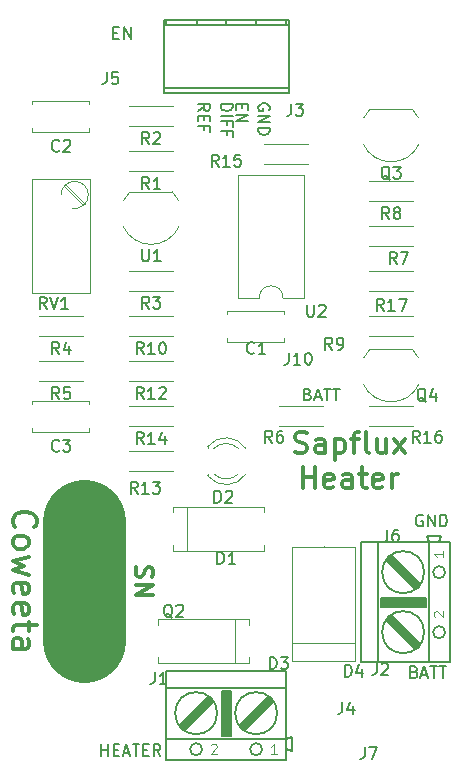
<source format=gbr>
G04 #@! TF.FileFunction,Legend,Top*
%FSLAX46Y46*%
G04 Gerber Fmt 4.6, Leading zero omitted, Abs format (unit mm)*
G04 Created by KiCad (PCBNEW 4.0.6-e0-6349~53~ubuntu16.04.1) date Wed May 31 11:55:21 2017*
%MOMM*%
%LPD*%
G01*
G04 APERTURE LIST*
%ADD10C,0.100000*%
%ADD11C,0.300000*%
%ADD12C,6.985000*%
%ADD13C,0.149860*%
%ADD14C,0.127000*%
%ADD15C,0.381000*%
%ADD16C,0.120000*%
%ADD17C,0.150000*%
%ADD18C,0.076200*%
G04 APERTURE END LIST*
D10*
D11*
X1179286Y-43663810D02*
X1082524Y-43567048D01*
X985762Y-43276763D01*
X985762Y-43083239D01*
X1082524Y-42792953D01*
X1276048Y-42599429D01*
X1469571Y-42502668D01*
X1856619Y-42405906D01*
X2146905Y-42405906D01*
X2533952Y-42502668D01*
X2727476Y-42599429D01*
X2921000Y-42792953D01*
X3017762Y-43083239D01*
X3017762Y-43276763D01*
X2921000Y-43567048D01*
X2824238Y-43663810D01*
X985762Y-44824953D02*
X1082524Y-44631429D01*
X1179286Y-44534668D01*
X1372810Y-44437906D01*
X1953381Y-44437906D01*
X2146905Y-44534668D01*
X2243667Y-44631429D01*
X2340429Y-44824953D01*
X2340429Y-45115239D01*
X2243667Y-45308763D01*
X2146905Y-45405525D01*
X1953381Y-45502287D01*
X1372810Y-45502287D01*
X1179286Y-45405525D01*
X1082524Y-45308763D01*
X985762Y-45115239D01*
X985762Y-44824953D01*
X2340429Y-46179620D02*
X985762Y-46566667D01*
X1953381Y-46953715D01*
X985762Y-47340763D01*
X2340429Y-47727810D01*
X1082524Y-49276001D02*
X985762Y-49082477D01*
X985762Y-48695429D01*
X1082524Y-48501906D01*
X1276048Y-48405144D01*
X2050143Y-48405144D01*
X2243667Y-48501906D01*
X2340429Y-48695429D01*
X2340429Y-49082477D01*
X2243667Y-49276001D01*
X2050143Y-49372763D01*
X1856619Y-49372763D01*
X1663095Y-48405144D01*
X1082524Y-51017715D02*
X985762Y-50824191D01*
X985762Y-50437143D01*
X1082524Y-50243620D01*
X1276048Y-50146858D01*
X2050143Y-50146858D01*
X2243667Y-50243620D01*
X2340429Y-50437143D01*
X2340429Y-50824191D01*
X2243667Y-51017715D01*
X2050143Y-51114477D01*
X1856619Y-51114477D01*
X1663095Y-50146858D01*
X2340429Y-51695048D02*
X2340429Y-52469143D01*
X3017762Y-51985334D02*
X1276048Y-51985334D01*
X1082524Y-52082095D01*
X985762Y-52275619D01*
X985762Y-52469143D01*
X985762Y-54017334D02*
X2050143Y-54017334D01*
X2243667Y-53920572D01*
X2340429Y-53727048D01*
X2340429Y-53340000D01*
X2243667Y-53146477D01*
X1082524Y-54017334D02*
X985762Y-53823810D01*
X985762Y-53340000D01*
X1082524Y-53146477D01*
X1276048Y-53049715D01*
X1469571Y-53049715D01*
X1663095Y-53146477D01*
X1759857Y-53340000D01*
X1759857Y-53823810D01*
X1856619Y-54017334D01*
X24849667Y-37336167D02*
X25103667Y-37420833D01*
X25527000Y-37420833D01*
X25696333Y-37336167D01*
X25781000Y-37251500D01*
X25865667Y-37082167D01*
X25865667Y-36912833D01*
X25781000Y-36743500D01*
X25696333Y-36658833D01*
X25527000Y-36574167D01*
X25188333Y-36489500D01*
X25019000Y-36404833D01*
X24934333Y-36320167D01*
X24849667Y-36150833D01*
X24849667Y-35981500D01*
X24934333Y-35812167D01*
X25019000Y-35727500D01*
X25188333Y-35642833D01*
X25611667Y-35642833D01*
X25865667Y-35727500D01*
X27389666Y-37420833D02*
X27389666Y-36489500D01*
X27305000Y-36320167D01*
X27135666Y-36235500D01*
X26797000Y-36235500D01*
X26627666Y-36320167D01*
X27389666Y-37336167D02*
X27220333Y-37420833D01*
X26797000Y-37420833D01*
X26627666Y-37336167D01*
X26543000Y-37166833D01*
X26543000Y-36997500D01*
X26627666Y-36828167D01*
X26797000Y-36743500D01*
X27220333Y-36743500D01*
X27389666Y-36658833D01*
X28236333Y-36235500D02*
X28236333Y-38013500D01*
X28236333Y-36320167D02*
X28405667Y-36235500D01*
X28744333Y-36235500D01*
X28913667Y-36320167D01*
X28998333Y-36404833D01*
X29083000Y-36574167D01*
X29083000Y-37082167D01*
X28998333Y-37251500D01*
X28913667Y-37336167D01*
X28744333Y-37420833D01*
X28405667Y-37420833D01*
X28236333Y-37336167D01*
X29591000Y-36235500D02*
X30268334Y-36235500D01*
X29845000Y-37420833D02*
X29845000Y-35896833D01*
X29929667Y-35727500D01*
X30099000Y-35642833D01*
X30268334Y-35642833D01*
X31115000Y-37420833D02*
X30945667Y-37336167D01*
X30861000Y-37166833D01*
X30861000Y-35642833D01*
X32554333Y-36235500D02*
X32554333Y-37420833D01*
X31792333Y-36235500D02*
X31792333Y-37166833D01*
X31877000Y-37336167D01*
X32046333Y-37420833D01*
X32300333Y-37420833D01*
X32469667Y-37336167D01*
X32554333Y-37251500D01*
X33231667Y-37420833D02*
X34163000Y-36235500D01*
X33231667Y-36235500D02*
X34163000Y-37420833D01*
X25569333Y-40387833D02*
X25569333Y-38609833D01*
X25569333Y-39456500D02*
X26585333Y-39456500D01*
X26585333Y-40387833D02*
X26585333Y-38609833D01*
X28109334Y-40303167D02*
X27940000Y-40387833D01*
X27601334Y-40387833D01*
X27432000Y-40303167D01*
X27347334Y-40133833D01*
X27347334Y-39456500D01*
X27432000Y-39287167D01*
X27601334Y-39202500D01*
X27940000Y-39202500D01*
X28109334Y-39287167D01*
X28194000Y-39456500D01*
X28194000Y-39625833D01*
X27347334Y-39795167D01*
X29718000Y-40387833D02*
X29718000Y-39456500D01*
X29633334Y-39287167D01*
X29464000Y-39202500D01*
X29125334Y-39202500D01*
X28956000Y-39287167D01*
X29718000Y-40303167D02*
X29548667Y-40387833D01*
X29125334Y-40387833D01*
X28956000Y-40303167D01*
X28871334Y-40133833D01*
X28871334Y-39964500D01*
X28956000Y-39795167D01*
X29125334Y-39710500D01*
X29548667Y-39710500D01*
X29718000Y-39625833D01*
X30310667Y-39202500D02*
X30988001Y-39202500D01*
X30564667Y-38609833D02*
X30564667Y-40133833D01*
X30649334Y-40303167D01*
X30818667Y-40387833D01*
X30988001Y-40387833D01*
X32258001Y-40303167D02*
X32088667Y-40387833D01*
X31750001Y-40387833D01*
X31580667Y-40303167D01*
X31496001Y-40133833D01*
X31496001Y-39456500D01*
X31580667Y-39287167D01*
X31750001Y-39202500D01*
X32088667Y-39202500D01*
X32258001Y-39287167D01*
X32342667Y-39456500D01*
X32342667Y-39625833D01*
X31496001Y-39795167D01*
X33104667Y-40387833D02*
X33104667Y-39202500D01*
X33104667Y-39541167D02*
X33189334Y-39371833D01*
X33274001Y-39287167D01*
X33443334Y-39202500D01*
X33612667Y-39202500D01*
X11457857Y-47045714D02*
X11386429Y-47260000D01*
X11386429Y-47617143D01*
X11457857Y-47760000D01*
X11529286Y-47831429D01*
X11672143Y-47902857D01*
X11815000Y-47902857D01*
X11957857Y-47831429D01*
X12029286Y-47760000D01*
X12100714Y-47617143D01*
X12172143Y-47331429D01*
X12243571Y-47188571D01*
X12315000Y-47117143D01*
X12457857Y-47045714D01*
X12600714Y-47045714D01*
X12743571Y-47117143D01*
X12815000Y-47188571D01*
X12886429Y-47331429D01*
X12886429Y-47688571D01*
X12815000Y-47902857D01*
X11386429Y-48545714D02*
X12886429Y-48545714D01*
X11386429Y-49402857D01*
X12886429Y-49402857D01*
D12*
X6985000Y-53340000D02*
X6985000Y-43180000D01*
D13*
X25966057Y-32441243D02*
X26107571Y-32488414D01*
X26154743Y-32535586D01*
X26201914Y-32629929D01*
X26201914Y-32771443D01*
X26154743Y-32865786D01*
X26107571Y-32912957D01*
X26013229Y-32960129D01*
X25635857Y-32960129D01*
X25635857Y-31969529D01*
X25966057Y-31969529D01*
X26060400Y-32016700D01*
X26107571Y-32063871D01*
X26154743Y-32158214D01*
X26154743Y-32252557D01*
X26107571Y-32346900D01*
X26060400Y-32394071D01*
X25966057Y-32441243D01*
X25635857Y-32441243D01*
X26579286Y-32677100D02*
X27051000Y-32677100D01*
X26484943Y-32960129D02*
X26815143Y-31969529D01*
X27145343Y-32960129D01*
X27334029Y-31969529D02*
X27900086Y-31969529D01*
X27617057Y-32960129D02*
X27617057Y-31969529D01*
X28088772Y-31969529D02*
X28654829Y-31969529D01*
X28371800Y-32960129D02*
X28371800Y-31969529D01*
X8490857Y-63059129D02*
X8490857Y-62068529D01*
X8490857Y-62540243D02*
X9056914Y-62540243D01*
X9056914Y-63059129D02*
X9056914Y-62068529D01*
X9528628Y-62540243D02*
X9858828Y-62540243D01*
X10000342Y-63059129D02*
X9528628Y-63059129D01*
X9528628Y-62068529D01*
X10000342Y-62068529D01*
X10377714Y-62776100D02*
X10849428Y-62776100D01*
X10283371Y-63059129D02*
X10613571Y-62068529D01*
X10943771Y-63059129D01*
X11132457Y-62068529D02*
X11698514Y-62068529D01*
X11415485Y-63059129D02*
X11415485Y-62068529D01*
X12028714Y-62540243D02*
X12358914Y-62540243D01*
X12500428Y-63059129D02*
X12028714Y-63059129D01*
X12028714Y-62068529D01*
X12500428Y-62068529D01*
X13491028Y-63059129D02*
X13160828Y-62587414D01*
X12924971Y-63059129D02*
X12924971Y-62068529D01*
X13302343Y-62068529D01*
X13396685Y-62115700D01*
X13443857Y-62162871D01*
X13491028Y-62257214D01*
X13491028Y-62398729D01*
X13443857Y-62493071D01*
X13396685Y-62540243D01*
X13302343Y-62587414D01*
X12924971Y-62587414D01*
X34983057Y-55936243D02*
X35124571Y-55983414D01*
X35171743Y-56030586D01*
X35218914Y-56124929D01*
X35218914Y-56266443D01*
X35171743Y-56360786D01*
X35124571Y-56407957D01*
X35030229Y-56455129D01*
X34652857Y-56455129D01*
X34652857Y-55464529D01*
X34983057Y-55464529D01*
X35077400Y-55511700D01*
X35124571Y-55558871D01*
X35171743Y-55653214D01*
X35171743Y-55747557D01*
X35124571Y-55841900D01*
X35077400Y-55889071D01*
X34983057Y-55936243D01*
X34652857Y-55936243D01*
X35596286Y-56172100D02*
X36068000Y-56172100D01*
X35501943Y-56455129D02*
X35832143Y-55464529D01*
X36162343Y-56455129D01*
X36351029Y-55464529D02*
X36917086Y-55464529D01*
X36634057Y-56455129D02*
X36634057Y-55464529D01*
X37105772Y-55464529D02*
X37671829Y-55464529D01*
X37388800Y-56455129D02*
X37388800Y-55464529D01*
X35679743Y-42684700D02*
X35585400Y-42637529D01*
X35443886Y-42637529D01*
X35302371Y-42684700D01*
X35208029Y-42779043D01*
X35160857Y-42873386D01*
X35113686Y-43062071D01*
X35113686Y-43203586D01*
X35160857Y-43392271D01*
X35208029Y-43486614D01*
X35302371Y-43580957D01*
X35443886Y-43628129D01*
X35538229Y-43628129D01*
X35679743Y-43580957D01*
X35726914Y-43533786D01*
X35726914Y-43203586D01*
X35538229Y-43203586D01*
X36151457Y-43628129D02*
X36151457Y-42637529D01*
X36717514Y-43628129D01*
X36717514Y-42637529D01*
X37189228Y-43628129D02*
X37189228Y-42637529D01*
X37425085Y-42637529D01*
X37566600Y-42684700D01*
X37660942Y-42779043D01*
X37708114Y-42873386D01*
X37755285Y-43062071D01*
X37755285Y-43203586D01*
X37708114Y-43392271D01*
X37660942Y-43486614D01*
X37566600Y-43580957D01*
X37425085Y-43628129D01*
X37189228Y-43628129D01*
X9506857Y-1834243D02*
X9837057Y-1834243D01*
X9978571Y-2353129D02*
X9506857Y-2353129D01*
X9506857Y-1362529D01*
X9978571Y-1362529D01*
X10403114Y-2353129D02*
X10403114Y-1362529D01*
X10969171Y-2353129D01*
X10969171Y-1362529D01*
X16696871Y-8421914D02*
X17168586Y-8091714D01*
X16696871Y-7855857D02*
X17687471Y-7855857D01*
X17687471Y-8233229D01*
X17640300Y-8327571D01*
X17593129Y-8374743D01*
X17498786Y-8421914D01*
X17357271Y-8421914D01*
X17262929Y-8374743D01*
X17215757Y-8327571D01*
X17168586Y-8233229D01*
X17168586Y-7855857D01*
X17215757Y-8846457D02*
X17215757Y-9176657D01*
X16696871Y-9318171D02*
X16696871Y-8846457D01*
X17687471Y-8846457D01*
X17687471Y-9318171D01*
X17215757Y-10072914D02*
X17215757Y-9742714D01*
X16696871Y-9742714D02*
X17687471Y-9742714D01*
X17687471Y-10214428D01*
X22720300Y-8374743D02*
X22767471Y-8280400D01*
X22767471Y-8138886D01*
X22720300Y-7997371D01*
X22625957Y-7903029D01*
X22531614Y-7855857D01*
X22342929Y-7808686D01*
X22201414Y-7808686D01*
X22012729Y-7855857D01*
X21918386Y-7903029D01*
X21824043Y-7997371D01*
X21776871Y-8138886D01*
X21776871Y-8233229D01*
X21824043Y-8374743D01*
X21871214Y-8421914D01*
X22201414Y-8421914D01*
X22201414Y-8233229D01*
X21776871Y-8846457D02*
X22767471Y-8846457D01*
X21776871Y-9412514D01*
X22767471Y-9412514D01*
X21776871Y-9884228D02*
X22767471Y-9884228D01*
X22767471Y-10120085D01*
X22720300Y-10261600D01*
X22625957Y-10355942D01*
X22531614Y-10403114D01*
X22342929Y-10450285D01*
X22201414Y-10450285D01*
X22012729Y-10403114D01*
X21918386Y-10355942D01*
X21824043Y-10261600D01*
X21776871Y-10120085D01*
X21776871Y-9884228D01*
X18601871Y-7855857D02*
X19592471Y-7855857D01*
X19592471Y-8091714D01*
X19545300Y-8233229D01*
X19450957Y-8327571D01*
X19356614Y-8374743D01*
X19167929Y-8421914D01*
X19026414Y-8421914D01*
X18837729Y-8374743D01*
X18743386Y-8327571D01*
X18649043Y-8233229D01*
X18601871Y-8091714D01*
X18601871Y-7855857D01*
X18601871Y-8846457D02*
X19592471Y-8846457D01*
X19120757Y-9648371D02*
X19120757Y-9318171D01*
X18601871Y-9318171D02*
X19592471Y-9318171D01*
X19592471Y-9789885D01*
X19120757Y-10497457D02*
X19120757Y-10167257D01*
X18601871Y-10167257D02*
X19592471Y-10167257D01*
X19592471Y-10638971D01*
X20390757Y-7855857D02*
X20390757Y-8186057D01*
X19871871Y-8327571D02*
X19871871Y-7855857D01*
X20862471Y-7855857D01*
X20862471Y-8327571D01*
X19871871Y-8752114D02*
X20862471Y-8752114D01*
X19871871Y-9318171D01*
X20862471Y-9318171D01*
D14*
X36195000Y-44958000D02*
X36068000Y-44450000D01*
X36068000Y-44450000D02*
X37211000Y-44450000D01*
X37211000Y-44450000D02*
X37084000Y-44958000D01*
X37592000Y-52578000D02*
G75*
G03X37592000Y-52578000I-508000J0D01*
G01*
X37592000Y-47498000D02*
G75*
G03X37592000Y-47498000I-508000J0D01*
G01*
X36195000Y-44958000D02*
X37973000Y-44958000D01*
X37973000Y-44958000D02*
X37973000Y-55118000D01*
X37973000Y-55118000D02*
X36195000Y-55118000D01*
X31877000Y-44958000D02*
X30480000Y-44958000D01*
X30480000Y-44958000D02*
X30480000Y-55118000D01*
X30480000Y-55118000D02*
X31877000Y-55118000D01*
X35814000Y-52578000D02*
G75*
G03X35814000Y-52578000I-1778000J0D01*
G01*
D15*
X32893000Y-51435000D02*
X35179000Y-53721000D01*
X35052000Y-53848000D02*
X32766000Y-51562000D01*
X33020000Y-51308000D02*
X35306000Y-53594000D01*
X33020000Y-46228000D02*
X35306000Y-48514000D01*
X35052000Y-48768000D02*
X32766000Y-46482000D01*
X32893000Y-46355000D02*
X35179000Y-48641000D01*
D14*
X35814000Y-47498000D02*
G75*
G03X35814000Y-47498000I-1778000J0D01*
G01*
X36195000Y-44958000D02*
X36195000Y-55118000D01*
X36195000Y-55118000D02*
X31877000Y-55118000D01*
X31877000Y-55118000D02*
X31877000Y-44958000D01*
X31877000Y-44958000D02*
X36195000Y-44958000D01*
X35941000Y-50292000D02*
X32131000Y-50292000D01*
X35941000Y-50165000D02*
X32131000Y-50165000D01*
X35941000Y-50038000D02*
X32131000Y-50038000D01*
X35941000Y-49911000D02*
X32131000Y-49911000D01*
X35941000Y-49784000D02*
X32131000Y-49784000D01*
X35941000Y-49657000D02*
X35941000Y-50419000D01*
X35941000Y-50419000D02*
X32131000Y-50419000D01*
X32131000Y-50419000D02*
X32131000Y-49657000D01*
X32131000Y-49657000D02*
X35941000Y-49657000D01*
D16*
X21005000Y-54720000D02*
X21005000Y-55200000D01*
X21005000Y-55200000D02*
X13285000Y-55200000D01*
X13285000Y-55200000D02*
X13285000Y-54720000D01*
X21005000Y-51960000D02*
X21005000Y-51480000D01*
X21005000Y-51480000D02*
X13285000Y-51480000D01*
X13285000Y-51480000D02*
X13285000Y-51960000D01*
X19805000Y-55200000D02*
X19805000Y-51480000D01*
X14555000Y-42435000D02*
X14555000Y-41955000D01*
X14555000Y-41955000D02*
X22275000Y-41955000D01*
X22275000Y-41955000D02*
X22275000Y-42435000D01*
X14555000Y-45195000D02*
X14555000Y-45675000D01*
X14555000Y-45675000D02*
X22275000Y-45675000D01*
X22275000Y-45675000D02*
X22275000Y-45195000D01*
X15755000Y-41955000D02*
X15755000Y-45675000D01*
D14*
X24130000Y-61595000D02*
X24638000Y-61468000D01*
X24638000Y-61468000D02*
X24638000Y-62611000D01*
X24638000Y-62611000D02*
X24130000Y-62484000D01*
X17018000Y-62484000D02*
G75*
G03X17018000Y-62484000I-508000J0D01*
G01*
X22098000Y-62484000D02*
G75*
G03X22098000Y-62484000I-508000J0D01*
G01*
X24130000Y-61595000D02*
X24130000Y-63373000D01*
X24130000Y-63373000D02*
X13970000Y-63373000D01*
X13970000Y-63373000D02*
X13970000Y-61595000D01*
X24130000Y-57277000D02*
X24130000Y-55880000D01*
X24130000Y-55880000D02*
X13970000Y-55880000D01*
X13970000Y-55880000D02*
X13970000Y-57277000D01*
X18288000Y-59436000D02*
G75*
G03X18288000Y-59436000I-1778000J0D01*
G01*
D15*
X17653000Y-58293000D02*
X15367000Y-60579000D01*
X15240000Y-60452000D02*
X17526000Y-58166000D01*
X17780000Y-58420000D02*
X15494000Y-60706000D01*
X22860000Y-58420000D02*
X20574000Y-60706000D01*
X20320000Y-60452000D02*
X22606000Y-58166000D01*
X22733000Y-58293000D02*
X20447000Y-60579000D01*
D14*
X23368000Y-59436000D02*
G75*
G03X23368000Y-59436000I-1778000J0D01*
G01*
X24130000Y-61595000D02*
X13970000Y-61595000D01*
X13970000Y-61595000D02*
X13970000Y-57277000D01*
X13970000Y-57277000D02*
X24130000Y-57277000D01*
X24130000Y-57277000D02*
X24130000Y-61595000D01*
X18796000Y-61341000D02*
X18796000Y-57531000D01*
X18923000Y-61341000D02*
X18923000Y-57531000D01*
X19050000Y-61341000D02*
X19050000Y-57531000D01*
X19177000Y-61341000D02*
X19177000Y-57531000D01*
X19304000Y-61341000D02*
X19304000Y-57531000D01*
X19431000Y-61341000D02*
X18669000Y-61341000D01*
X18669000Y-61341000D02*
X18669000Y-57531000D01*
X18669000Y-57531000D02*
X19431000Y-57531000D01*
X19431000Y-57531000D02*
X19431000Y-61341000D01*
D16*
X19140000Y-25360000D02*
X23960000Y-25360000D01*
X19140000Y-27980000D02*
X23960000Y-27980000D01*
X19140000Y-25360000D02*
X19140000Y-25674000D01*
X19140000Y-27666000D02*
X19140000Y-27980000D01*
X23960000Y-25360000D02*
X23960000Y-25674000D01*
X23960000Y-27666000D02*
X23960000Y-27980000D01*
X2630000Y-7580000D02*
X7450000Y-7580000D01*
X2630000Y-10200000D02*
X7450000Y-10200000D01*
X2630000Y-7580000D02*
X2630000Y-7894000D01*
X2630000Y-9886000D02*
X2630000Y-10200000D01*
X7450000Y-7580000D02*
X7450000Y-7894000D01*
X7450000Y-9886000D02*
X7450000Y-10200000D01*
X2630000Y-32980000D02*
X7450000Y-32980000D01*
X2630000Y-35600000D02*
X7450000Y-35600000D01*
X2630000Y-32980000D02*
X2630000Y-33294000D01*
X2630000Y-35286000D02*
X2630000Y-35600000D01*
X7450000Y-32980000D02*
X7450000Y-33294000D01*
X7450000Y-35286000D02*
X7450000Y-35600000D01*
X20722335Y-37021392D02*
G75*
G03X17490000Y-36864484I-1672335J-1078608D01*
G01*
X20722335Y-39178608D02*
G75*
G02X17490000Y-39335516I-1672335J1078608D01*
G01*
X20091130Y-37020163D02*
G75*
G03X18009039Y-37020000I-1041130J-1079837D01*
G01*
X20091130Y-39179837D02*
G75*
G02X18009039Y-39180000I-1041130J1079837D01*
G01*
X17490000Y-36864000D02*
X17490000Y-37020000D01*
X17490000Y-39180000D02*
X17490000Y-39336000D01*
D17*
X13749020Y-6908800D02*
X24350980Y-6908800D01*
X24350980Y-6510020D02*
X13749020Y-6510020D01*
X24350980Y-1209040D02*
X13749020Y-1209040D01*
X13749020Y-711200D02*
X24350980Y-711200D01*
X16553180Y-1209040D02*
X16553180Y-711200D01*
X19050000Y-1209040D02*
X19050000Y-711200D01*
X24147780Y-711200D02*
X24147780Y-1209040D01*
X13949680Y-1209040D02*
X13949680Y-711200D01*
X21546820Y-711200D02*
X21546820Y-1209040D01*
X13751560Y-711200D02*
X13751560Y-6908800D01*
X24345900Y-6908800D02*
X24345900Y-711200D01*
D16*
X10840000Y-11840000D02*
X14560000Y-11840000D01*
X10840000Y-13560000D02*
X14560000Y-13560000D01*
X14560000Y-9750000D02*
X10840000Y-9750000D01*
X14560000Y-8030000D02*
X10840000Y-8030000D01*
X14560000Y-23720000D02*
X10840000Y-23720000D01*
X14560000Y-22000000D02*
X10840000Y-22000000D01*
X6940000Y-27530000D02*
X3220000Y-27530000D01*
X6940000Y-25810000D02*
X3220000Y-25810000D01*
X3220000Y-29620000D02*
X6940000Y-29620000D01*
X3220000Y-31340000D02*
X6940000Y-31340000D01*
X27260000Y-35150000D02*
X23540000Y-35150000D01*
X27260000Y-33430000D02*
X23540000Y-33430000D01*
X34880000Y-19910000D02*
X31160000Y-19910000D01*
X34880000Y-18190000D02*
X31160000Y-18190000D01*
X31160000Y-14380000D02*
X34880000Y-14380000D01*
X31160000Y-16100000D02*
X34880000Y-16100000D01*
X34880000Y-27530000D02*
X31160000Y-27530000D01*
X34880000Y-25810000D02*
X31160000Y-25810000D01*
X10840000Y-25810000D02*
X14560000Y-25810000D01*
X10840000Y-27530000D02*
X14560000Y-27530000D01*
X14560000Y-31340000D02*
X10840000Y-31340000D01*
X14560000Y-29620000D02*
X10840000Y-29620000D01*
X14560000Y-38960000D02*
X10840000Y-38960000D01*
X14560000Y-37240000D02*
X10840000Y-37240000D01*
X10840000Y-33430000D02*
X14560000Y-33430000D01*
X10840000Y-35150000D02*
X14560000Y-35150000D01*
X5075704Y-15595309D02*
G75*
G02X7385000Y-15555000I1154296J40309D01*
G01*
X7384052Y-15534879D02*
G75*
G02X5990000Y-16684000I-1154052J-20121D01*
G01*
X2610000Y-23875000D02*
X2610000Y-14225000D01*
X7561000Y-23875000D02*
X7561000Y-14225000D01*
X2610000Y-23875000D02*
X7561000Y-23875000D01*
X2610000Y-14225000D02*
X7561000Y-14225000D01*
X5496000Y-14679000D02*
X7106000Y-16290000D01*
X5355000Y-14819000D02*
X6965000Y-16431000D01*
X22270000Y-11205000D02*
X25990000Y-11205000D01*
X22270000Y-12925000D02*
X25990000Y-12925000D01*
X34880000Y-35150000D02*
X31160000Y-35150000D01*
X34880000Y-33430000D02*
X31160000Y-33430000D01*
X34880000Y-23720000D02*
X31160000Y-23720000D01*
X34880000Y-22000000D02*
X31160000Y-22000000D01*
X24640000Y-54990000D02*
X29970000Y-54990000D01*
X29970000Y-54990000D02*
X29970000Y-45340000D01*
X29970000Y-45340000D02*
X24640000Y-45340000D01*
X24640000Y-45340000D02*
X24640000Y-54990000D01*
X27305000Y-55035000D02*
X27305000Y-54990000D01*
X27305000Y-45295000D02*
X27305000Y-45340000D01*
X24640000Y-53500500D02*
X29970000Y-53500500D01*
X34820000Y-8310000D02*
X31220000Y-8310000D01*
X35344184Y-9037205D02*
G75*
G03X34820000Y-8310000I-2324184J-1122795D01*
G01*
X35376400Y-11258807D02*
G75*
G02X33020000Y-12760000I-2356400J1098807D01*
G01*
X30663600Y-11258807D02*
G75*
G03X33020000Y-12760000I2356400J1098807D01*
G01*
X30695816Y-9037205D02*
G75*
G02X31220000Y-8310000I2324184J-1122795D01*
G01*
X34820000Y-28630000D02*
X31220000Y-28630000D01*
X35344184Y-29357205D02*
G75*
G03X34820000Y-28630000I-2324184J-1122795D01*
G01*
X35376400Y-31578807D02*
G75*
G02X33020000Y-33080000I-2356400J1098807D01*
G01*
X30663600Y-31578807D02*
G75*
G03X33020000Y-33080000I2356400J1098807D01*
G01*
X30695816Y-29357205D02*
G75*
G02X31220000Y-28630000I2324184J-1122795D01*
G01*
X14500000Y-15295000D02*
X10900000Y-15295000D01*
X15024184Y-16022205D02*
G75*
G03X14500000Y-15295000I-2324184J-1122795D01*
G01*
X15056400Y-18243807D02*
G75*
G02X12700000Y-19745000I-2356400J1098807D01*
G01*
X10343600Y-18243807D02*
G75*
G03X12700000Y-19745000I2356400J1098807D01*
G01*
X10375816Y-16022205D02*
G75*
G02X10900000Y-15295000I2324184J-1122795D01*
G01*
X23860000Y-24250000D02*
X25630000Y-24250000D01*
X25630000Y-24250000D02*
X25630000Y-13850000D01*
X25630000Y-13850000D02*
X20090000Y-13850000D01*
X20090000Y-13850000D02*
X20090000Y-24250000D01*
X20090000Y-24250000D02*
X21860000Y-24250000D01*
X21860000Y-24250000D02*
G75*
G02X23860000Y-24250000I1000000J0D01*
G01*
D17*
X31797667Y-55205381D02*
X31797667Y-55919667D01*
X31750047Y-56062524D01*
X31654809Y-56157762D01*
X31511952Y-56205381D01*
X31416714Y-56205381D01*
X32226238Y-55300619D02*
X32273857Y-55253000D01*
X32369095Y-55205381D01*
X32607191Y-55205381D01*
X32702429Y-55253000D01*
X32750048Y-55300619D01*
X32797667Y-55395857D01*
X32797667Y-55491095D01*
X32750048Y-55633952D01*
X32178619Y-56205381D01*
X32797667Y-56205381D01*
D18*
X36716305Y-51286228D02*
X36677600Y-51247523D01*
X36638895Y-51170114D01*
X36638895Y-50976590D01*
X36677600Y-50899180D01*
X36716305Y-50860476D01*
X36793714Y-50821771D01*
X36871124Y-50821771D01*
X36987238Y-50860476D01*
X37451695Y-51324933D01*
X37451695Y-50821771D01*
X37451695Y-45741771D02*
X37451695Y-46206228D01*
X37451695Y-45973999D02*
X36638895Y-45973999D01*
X36755010Y-46051409D01*
X36832419Y-46128818D01*
X36871124Y-46206228D01*
D17*
X22756905Y-55697381D02*
X22756905Y-54697381D01*
X22995000Y-54697381D01*
X23137858Y-54745000D01*
X23233096Y-54840238D01*
X23280715Y-54935476D01*
X23328334Y-55125952D01*
X23328334Y-55268810D01*
X23280715Y-55459286D01*
X23233096Y-55554524D01*
X23137858Y-55649762D01*
X22995000Y-55697381D01*
X22756905Y-55697381D01*
X23661667Y-54697381D02*
X24280715Y-54697381D01*
X23947381Y-55078333D01*
X24090239Y-55078333D01*
X24185477Y-55125952D01*
X24233096Y-55173571D01*
X24280715Y-55268810D01*
X24280715Y-55506905D01*
X24233096Y-55602143D01*
X24185477Y-55649762D01*
X24090239Y-55697381D01*
X23804524Y-55697381D01*
X23709286Y-55649762D01*
X23661667Y-55602143D01*
X18311905Y-46807381D02*
X18311905Y-45807381D01*
X18550000Y-45807381D01*
X18692858Y-45855000D01*
X18788096Y-45950238D01*
X18835715Y-46045476D01*
X18883334Y-46235952D01*
X18883334Y-46378810D01*
X18835715Y-46569286D01*
X18788096Y-46664524D01*
X18692858Y-46759762D01*
X18550000Y-46807381D01*
X18311905Y-46807381D01*
X19835715Y-46807381D02*
X19264286Y-46807381D01*
X19550000Y-46807381D02*
X19550000Y-45807381D01*
X19454762Y-45950238D01*
X19359524Y-46045476D01*
X19264286Y-46093095D01*
X28876667Y-58507381D02*
X28876667Y-59221667D01*
X28829047Y-59364524D01*
X28733809Y-59459762D01*
X28590952Y-59507381D01*
X28495714Y-59507381D01*
X29781429Y-58840714D02*
X29781429Y-59507381D01*
X29543333Y-58459762D02*
X29305238Y-59174048D01*
X29924286Y-59174048D01*
X13001667Y-55967381D02*
X13001667Y-56681667D01*
X12954047Y-56824524D01*
X12858809Y-56919762D01*
X12715952Y-56967381D01*
X12620714Y-56967381D01*
X14001667Y-56967381D02*
X13430238Y-56967381D01*
X13715952Y-56967381D02*
X13715952Y-55967381D01*
X13620714Y-56110238D01*
X13525476Y-56205476D01*
X13430238Y-56253095D01*
D18*
X17801772Y-62116305D02*
X17840477Y-62077600D01*
X17917886Y-62038895D01*
X18111410Y-62038895D01*
X18188820Y-62077600D01*
X18227524Y-62116305D01*
X18266229Y-62193714D01*
X18266229Y-62271124D01*
X18227524Y-62387238D01*
X17763067Y-62851695D01*
X18266229Y-62851695D01*
X23346229Y-62851695D02*
X22881772Y-62851695D01*
X23114001Y-62851695D02*
X23114001Y-62038895D01*
X23036591Y-62155010D01*
X22959182Y-62232419D01*
X22881772Y-62271124D01*
D17*
X14509762Y-51347619D02*
X14414524Y-51300000D01*
X14319286Y-51204762D01*
X14176429Y-51061905D01*
X14081190Y-51014286D01*
X13985952Y-51014286D01*
X14033571Y-51252381D02*
X13938333Y-51204762D01*
X13843095Y-51109524D01*
X13795476Y-50919048D01*
X13795476Y-50585714D01*
X13843095Y-50395238D01*
X13938333Y-50300000D01*
X14033571Y-50252381D01*
X14224048Y-50252381D01*
X14319286Y-50300000D01*
X14414524Y-50395238D01*
X14462143Y-50585714D01*
X14462143Y-50919048D01*
X14414524Y-51109524D01*
X14319286Y-51204762D01*
X14224048Y-51252381D01*
X14033571Y-51252381D01*
X14843095Y-50347619D02*
X14890714Y-50300000D01*
X14985952Y-50252381D01*
X15224048Y-50252381D01*
X15319286Y-50300000D01*
X15366905Y-50347619D01*
X15414524Y-50442857D01*
X15414524Y-50538095D01*
X15366905Y-50680952D01*
X14795476Y-51252381D01*
X15414524Y-51252381D01*
X21423334Y-28932143D02*
X21375715Y-28979762D01*
X21232858Y-29027381D01*
X21137620Y-29027381D01*
X20994762Y-28979762D01*
X20899524Y-28884524D01*
X20851905Y-28789286D01*
X20804286Y-28598810D01*
X20804286Y-28455952D01*
X20851905Y-28265476D01*
X20899524Y-28170238D01*
X20994762Y-28075000D01*
X21137620Y-28027381D01*
X21232858Y-28027381D01*
X21375715Y-28075000D01*
X21423334Y-28122619D01*
X22375715Y-29027381D02*
X21804286Y-29027381D01*
X22090000Y-29027381D02*
X22090000Y-28027381D01*
X21994762Y-28170238D01*
X21899524Y-28265476D01*
X21804286Y-28313095D01*
X4913334Y-11787143D02*
X4865715Y-11834762D01*
X4722858Y-11882381D01*
X4627620Y-11882381D01*
X4484762Y-11834762D01*
X4389524Y-11739524D01*
X4341905Y-11644286D01*
X4294286Y-11453810D01*
X4294286Y-11310952D01*
X4341905Y-11120476D01*
X4389524Y-11025238D01*
X4484762Y-10930000D01*
X4627620Y-10882381D01*
X4722858Y-10882381D01*
X4865715Y-10930000D01*
X4913334Y-10977619D01*
X5294286Y-10977619D02*
X5341905Y-10930000D01*
X5437143Y-10882381D01*
X5675239Y-10882381D01*
X5770477Y-10930000D01*
X5818096Y-10977619D01*
X5865715Y-11072857D01*
X5865715Y-11168095D01*
X5818096Y-11310952D01*
X5246667Y-11882381D01*
X5865715Y-11882381D01*
X4913334Y-37187143D02*
X4865715Y-37234762D01*
X4722858Y-37282381D01*
X4627620Y-37282381D01*
X4484762Y-37234762D01*
X4389524Y-37139524D01*
X4341905Y-37044286D01*
X4294286Y-36853810D01*
X4294286Y-36710952D01*
X4341905Y-36520476D01*
X4389524Y-36425238D01*
X4484762Y-36330000D01*
X4627620Y-36282381D01*
X4722858Y-36282381D01*
X4865715Y-36330000D01*
X4913334Y-36377619D01*
X5246667Y-36282381D02*
X5865715Y-36282381D01*
X5532381Y-36663333D01*
X5675239Y-36663333D01*
X5770477Y-36710952D01*
X5818096Y-36758571D01*
X5865715Y-36853810D01*
X5865715Y-37091905D01*
X5818096Y-37187143D01*
X5770477Y-37234762D01*
X5675239Y-37282381D01*
X5389524Y-37282381D01*
X5294286Y-37234762D01*
X5246667Y-37187143D01*
X18057905Y-41600381D02*
X18057905Y-40600381D01*
X18296000Y-40600381D01*
X18438858Y-40648000D01*
X18534096Y-40743238D01*
X18581715Y-40838476D01*
X18629334Y-41028952D01*
X18629334Y-41171810D01*
X18581715Y-41362286D01*
X18534096Y-41457524D01*
X18438858Y-41552762D01*
X18296000Y-41600381D01*
X18057905Y-41600381D01*
X19010286Y-40695619D02*
X19057905Y-40648000D01*
X19153143Y-40600381D01*
X19391239Y-40600381D01*
X19486477Y-40648000D01*
X19534096Y-40695619D01*
X19581715Y-40790857D01*
X19581715Y-40886095D01*
X19534096Y-41028952D01*
X18962667Y-41600381D01*
X19581715Y-41600381D01*
X24558667Y-7834381D02*
X24558667Y-8548667D01*
X24511047Y-8691524D01*
X24415809Y-8786762D01*
X24272952Y-8834381D01*
X24177714Y-8834381D01*
X24939619Y-7834381D02*
X25558667Y-7834381D01*
X25225333Y-8215333D01*
X25368191Y-8215333D01*
X25463429Y-8262952D01*
X25511048Y-8310571D01*
X25558667Y-8405810D01*
X25558667Y-8643905D01*
X25511048Y-8739143D01*
X25463429Y-8786762D01*
X25368191Y-8834381D01*
X25082476Y-8834381D01*
X24987238Y-8786762D01*
X24939619Y-8739143D01*
X12533334Y-15057381D02*
X12200000Y-14581190D01*
X11961905Y-15057381D02*
X11961905Y-14057381D01*
X12342858Y-14057381D01*
X12438096Y-14105000D01*
X12485715Y-14152619D01*
X12533334Y-14247857D01*
X12533334Y-14390714D01*
X12485715Y-14485952D01*
X12438096Y-14533571D01*
X12342858Y-14581190D01*
X11961905Y-14581190D01*
X13485715Y-15057381D02*
X12914286Y-15057381D01*
X13200000Y-15057381D02*
X13200000Y-14057381D01*
X13104762Y-14200238D01*
X13009524Y-14295476D01*
X12914286Y-14343095D01*
X12533334Y-11247381D02*
X12200000Y-10771190D01*
X11961905Y-11247381D02*
X11961905Y-10247381D01*
X12342858Y-10247381D01*
X12438096Y-10295000D01*
X12485715Y-10342619D01*
X12533334Y-10437857D01*
X12533334Y-10580714D01*
X12485715Y-10675952D01*
X12438096Y-10723571D01*
X12342858Y-10771190D01*
X11961905Y-10771190D01*
X12914286Y-10342619D02*
X12961905Y-10295000D01*
X13057143Y-10247381D01*
X13295239Y-10247381D01*
X13390477Y-10295000D01*
X13438096Y-10342619D01*
X13485715Y-10437857D01*
X13485715Y-10533095D01*
X13438096Y-10675952D01*
X12866667Y-11247381D01*
X13485715Y-11247381D01*
X12533334Y-25172381D02*
X12200000Y-24696190D01*
X11961905Y-25172381D02*
X11961905Y-24172381D01*
X12342858Y-24172381D01*
X12438096Y-24220000D01*
X12485715Y-24267619D01*
X12533334Y-24362857D01*
X12533334Y-24505714D01*
X12485715Y-24600952D01*
X12438096Y-24648571D01*
X12342858Y-24696190D01*
X11961905Y-24696190D01*
X12866667Y-24172381D02*
X13485715Y-24172381D01*
X13152381Y-24553333D01*
X13295239Y-24553333D01*
X13390477Y-24600952D01*
X13438096Y-24648571D01*
X13485715Y-24743810D01*
X13485715Y-24981905D01*
X13438096Y-25077143D01*
X13390477Y-25124762D01*
X13295239Y-25172381D01*
X13009524Y-25172381D01*
X12914286Y-25124762D01*
X12866667Y-25077143D01*
X4913334Y-29027381D02*
X4580000Y-28551190D01*
X4341905Y-29027381D02*
X4341905Y-28027381D01*
X4722858Y-28027381D01*
X4818096Y-28075000D01*
X4865715Y-28122619D01*
X4913334Y-28217857D01*
X4913334Y-28360714D01*
X4865715Y-28455952D01*
X4818096Y-28503571D01*
X4722858Y-28551190D01*
X4341905Y-28551190D01*
X5770477Y-28360714D02*
X5770477Y-29027381D01*
X5532381Y-27979762D02*
X5294286Y-28694048D01*
X5913334Y-28694048D01*
X4913334Y-32837381D02*
X4580000Y-32361190D01*
X4341905Y-32837381D02*
X4341905Y-31837381D01*
X4722858Y-31837381D01*
X4818096Y-31885000D01*
X4865715Y-31932619D01*
X4913334Y-32027857D01*
X4913334Y-32170714D01*
X4865715Y-32265952D01*
X4818096Y-32313571D01*
X4722858Y-32361190D01*
X4341905Y-32361190D01*
X5818096Y-31837381D02*
X5341905Y-31837381D01*
X5294286Y-32313571D01*
X5341905Y-32265952D01*
X5437143Y-32218333D01*
X5675239Y-32218333D01*
X5770477Y-32265952D01*
X5818096Y-32313571D01*
X5865715Y-32408810D01*
X5865715Y-32646905D01*
X5818096Y-32742143D01*
X5770477Y-32789762D01*
X5675239Y-32837381D01*
X5437143Y-32837381D01*
X5341905Y-32789762D01*
X5294286Y-32742143D01*
X22947334Y-36520381D02*
X22614000Y-36044190D01*
X22375905Y-36520381D02*
X22375905Y-35520381D01*
X22756858Y-35520381D01*
X22852096Y-35568000D01*
X22899715Y-35615619D01*
X22947334Y-35710857D01*
X22947334Y-35853714D01*
X22899715Y-35948952D01*
X22852096Y-35996571D01*
X22756858Y-36044190D01*
X22375905Y-36044190D01*
X23804477Y-35520381D02*
X23614000Y-35520381D01*
X23518762Y-35568000D01*
X23471143Y-35615619D01*
X23375905Y-35758476D01*
X23328286Y-35948952D01*
X23328286Y-36329905D01*
X23375905Y-36425143D01*
X23423524Y-36472762D01*
X23518762Y-36520381D01*
X23709239Y-36520381D01*
X23804477Y-36472762D01*
X23852096Y-36425143D01*
X23899715Y-36329905D01*
X23899715Y-36091810D01*
X23852096Y-35996571D01*
X23804477Y-35948952D01*
X23709239Y-35901333D01*
X23518762Y-35901333D01*
X23423524Y-35948952D01*
X23375905Y-35996571D01*
X23328286Y-36091810D01*
X33488334Y-21407381D02*
X33155000Y-20931190D01*
X32916905Y-21407381D02*
X32916905Y-20407381D01*
X33297858Y-20407381D01*
X33393096Y-20455000D01*
X33440715Y-20502619D01*
X33488334Y-20597857D01*
X33488334Y-20740714D01*
X33440715Y-20835952D01*
X33393096Y-20883571D01*
X33297858Y-20931190D01*
X32916905Y-20931190D01*
X33821667Y-20407381D02*
X34488334Y-20407381D01*
X34059762Y-21407381D01*
X32853334Y-17597381D02*
X32520000Y-17121190D01*
X32281905Y-17597381D02*
X32281905Y-16597381D01*
X32662858Y-16597381D01*
X32758096Y-16645000D01*
X32805715Y-16692619D01*
X32853334Y-16787857D01*
X32853334Y-16930714D01*
X32805715Y-17025952D01*
X32758096Y-17073571D01*
X32662858Y-17121190D01*
X32281905Y-17121190D01*
X33424762Y-17025952D02*
X33329524Y-16978333D01*
X33281905Y-16930714D01*
X33234286Y-16835476D01*
X33234286Y-16787857D01*
X33281905Y-16692619D01*
X33329524Y-16645000D01*
X33424762Y-16597381D01*
X33615239Y-16597381D01*
X33710477Y-16645000D01*
X33758096Y-16692619D01*
X33805715Y-16787857D01*
X33805715Y-16835476D01*
X33758096Y-16930714D01*
X33710477Y-16978333D01*
X33615239Y-17025952D01*
X33424762Y-17025952D01*
X33329524Y-17073571D01*
X33281905Y-17121190D01*
X33234286Y-17216429D01*
X33234286Y-17406905D01*
X33281905Y-17502143D01*
X33329524Y-17549762D01*
X33424762Y-17597381D01*
X33615239Y-17597381D01*
X33710477Y-17549762D01*
X33758096Y-17502143D01*
X33805715Y-17406905D01*
X33805715Y-17216429D01*
X33758096Y-17121190D01*
X33710477Y-17073571D01*
X33615239Y-17025952D01*
X28027334Y-28646381D02*
X27694000Y-28170190D01*
X27455905Y-28646381D02*
X27455905Y-27646381D01*
X27836858Y-27646381D01*
X27932096Y-27694000D01*
X27979715Y-27741619D01*
X28027334Y-27836857D01*
X28027334Y-27979714D01*
X27979715Y-28074952D01*
X27932096Y-28122571D01*
X27836858Y-28170190D01*
X27455905Y-28170190D01*
X28503524Y-28646381D02*
X28694000Y-28646381D01*
X28789239Y-28598762D01*
X28836858Y-28551143D01*
X28932096Y-28408286D01*
X28979715Y-28217810D01*
X28979715Y-27836857D01*
X28932096Y-27741619D01*
X28884477Y-27694000D01*
X28789239Y-27646381D01*
X28598762Y-27646381D01*
X28503524Y-27694000D01*
X28455905Y-27741619D01*
X28408286Y-27836857D01*
X28408286Y-28074952D01*
X28455905Y-28170190D01*
X28503524Y-28217810D01*
X28598762Y-28265429D01*
X28789239Y-28265429D01*
X28884477Y-28217810D01*
X28932096Y-28170190D01*
X28979715Y-28074952D01*
X12057143Y-29027381D02*
X11723809Y-28551190D01*
X11485714Y-29027381D02*
X11485714Y-28027381D01*
X11866667Y-28027381D01*
X11961905Y-28075000D01*
X12009524Y-28122619D01*
X12057143Y-28217857D01*
X12057143Y-28360714D01*
X12009524Y-28455952D01*
X11961905Y-28503571D01*
X11866667Y-28551190D01*
X11485714Y-28551190D01*
X13009524Y-29027381D02*
X12438095Y-29027381D01*
X12723809Y-29027381D02*
X12723809Y-28027381D01*
X12628571Y-28170238D01*
X12533333Y-28265476D01*
X12438095Y-28313095D01*
X13628571Y-28027381D02*
X13723810Y-28027381D01*
X13819048Y-28075000D01*
X13866667Y-28122619D01*
X13914286Y-28217857D01*
X13961905Y-28408333D01*
X13961905Y-28646429D01*
X13914286Y-28836905D01*
X13866667Y-28932143D01*
X13819048Y-28979762D01*
X13723810Y-29027381D01*
X13628571Y-29027381D01*
X13533333Y-28979762D01*
X13485714Y-28932143D01*
X13438095Y-28836905D01*
X13390476Y-28646429D01*
X13390476Y-28408333D01*
X13438095Y-28217857D01*
X13485714Y-28122619D01*
X13533333Y-28075000D01*
X13628571Y-28027381D01*
X12057143Y-32837381D02*
X11723809Y-32361190D01*
X11485714Y-32837381D02*
X11485714Y-31837381D01*
X11866667Y-31837381D01*
X11961905Y-31885000D01*
X12009524Y-31932619D01*
X12057143Y-32027857D01*
X12057143Y-32170714D01*
X12009524Y-32265952D01*
X11961905Y-32313571D01*
X11866667Y-32361190D01*
X11485714Y-32361190D01*
X13009524Y-32837381D02*
X12438095Y-32837381D01*
X12723809Y-32837381D02*
X12723809Y-31837381D01*
X12628571Y-31980238D01*
X12533333Y-32075476D01*
X12438095Y-32123095D01*
X13390476Y-31932619D02*
X13438095Y-31885000D01*
X13533333Y-31837381D01*
X13771429Y-31837381D01*
X13866667Y-31885000D01*
X13914286Y-31932619D01*
X13961905Y-32027857D01*
X13961905Y-32123095D01*
X13914286Y-32265952D01*
X13342857Y-32837381D01*
X13961905Y-32837381D01*
X11549143Y-40838381D02*
X11215809Y-40362190D01*
X10977714Y-40838381D02*
X10977714Y-39838381D01*
X11358667Y-39838381D01*
X11453905Y-39886000D01*
X11501524Y-39933619D01*
X11549143Y-40028857D01*
X11549143Y-40171714D01*
X11501524Y-40266952D01*
X11453905Y-40314571D01*
X11358667Y-40362190D01*
X10977714Y-40362190D01*
X12501524Y-40838381D02*
X11930095Y-40838381D01*
X12215809Y-40838381D02*
X12215809Y-39838381D01*
X12120571Y-39981238D01*
X12025333Y-40076476D01*
X11930095Y-40124095D01*
X12834857Y-39838381D02*
X13453905Y-39838381D01*
X13120571Y-40219333D01*
X13263429Y-40219333D01*
X13358667Y-40266952D01*
X13406286Y-40314571D01*
X13453905Y-40409810D01*
X13453905Y-40647905D01*
X13406286Y-40743143D01*
X13358667Y-40790762D01*
X13263429Y-40838381D01*
X12977714Y-40838381D01*
X12882476Y-40790762D01*
X12834857Y-40743143D01*
X12057143Y-36647381D02*
X11723809Y-36171190D01*
X11485714Y-36647381D02*
X11485714Y-35647381D01*
X11866667Y-35647381D01*
X11961905Y-35695000D01*
X12009524Y-35742619D01*
X12057143Y-35837857D01*
X12057143Y-35980714D01*
X12009524Y-36075952D01*
X11961905Y-36123571D01*
X11866667Y-36171190D01*
X11485714Y-36171190D01*
X13009524Y-36647381D02*
X12438095Y-36647381D01*
X12723809Y-36647381D02*
X12723809Y-35647381D01*
X12628571Y-35790238D01*
X12533333Y-35885476D01*
X12438095Y-35933095D01*
X13866667Y-35980714D02*
X13866667Y-36647381D01*
X13628571Y-35599762D02*
X13390476Y-36314048D01*
X14009524Y-36314048D01*
X3849762Y-25217381D02*
X3516428Y-24741190D01*
X3278333Y-25217381D02*
X3278333Y-24217381D01*
X3659286Y-24217381D01*
X3754524Y-24265000D01*
X3802143Y-24312619D01*
X3849762Y-24407857D01*
X3849762Y-24550714D01*
X3802143Y-24645952D01*
X3754524Y-24693571D01*
X3659286Y-24741190D01*
X3278333Y-24741190D01*
X4135476Y-24217381D02*
X4468809Y-25217381D01*
X4802143Y-24217381D01*
X5659286Y-25217381D02*
X5087857Y-25217381D01*
X5373571Y-25217381D02*
X5373571Y-24217381D01*
X5278333Y-24360238D01*
X5183095Y-24455476D01*
X5087857Y-24503095D01*
X8937667Y-5167381D02*
X8937667Y-5881667D01*
X8890047Y-6024524D01*
X8794809Y-6119762D01*
X8651952Y-6167381D01*
X8556714Y-6167381D01*
X9890048Y-5167381D02*
X9413857Y-5167381D01*
X9366238Y-5643571D01*
X9413857Y-5595952D01*
X9509095Y-5548333D01*
X9747191Y-5548333D01*
X9842429Y-5595952D01*
X9890048Y-5643571D01*
X9937667Y-5738810D01*
X9937667Y-5976905D01*
X9890048Y-6072143D01*
X9842429Y-6119762D01*
X9747191Y-6167381D01*
X9509095Y-6167381D01*
X9413857Y-6119762D01*
X9366238Y-6072143D01*
X18407143Y-13152381D02*
X18073809Y-12676190D01*
X17835714Y-13152381D02*
X17835714Y-12152381D01*
X18216667Y-12152381D01*
X18311905Y-12200000D01*
X18359524Y-12247619D01*
X18407143Y-12342857D01*
X18407143Y-12485714D01*
X18359524Y-12580952D01*
X18311905Y-12628571D01*
X18216667Y-12676190D01*
X17835714Y-12676190D01*
X19359524Y-13152381D02*
X18788095Y-13152381D01*
X19073809Y-13152381D02*
X19073809Y-12152381D01*
X18978571Y-12295238D01*
X18883333Y-12390476D01*
X18788095Y-12438095D01*
X20264286Y-12152381D02*
X19788095Y-12152381D01*
X19740476Y-12628571D01*
X19788095Y-12580952D01*
X19883333Y-12533333D01*
X20121429Y-12533333D01*
X20216667Y-12580952D01*
X20264286Y-12628571D01*
X20311905Y-12723810D01*
X20311905Y-12961905D01*
X20264286Y-13057143D01*
X20216667Y-13104762D01*
X20121429Y-13152381D01*
X19883333Y-13152381D01*
X19788095Y-13104762D01*
X19740476Y-13057143D01*
X35425143Y-36520381D02*
X35091809Y-36044190D01*
X34853714Y-36520381D02*
X34853714Y-35520381D01*
X35234667Y-35520381D01*
X35329905Y-35568000D01*
X35377524Y-35615619D01*
X35425143Y-35710857D01*
X35425143Y-35853714D01*
X35377524Y-35948952D01*
X35329905Y-35996571D01*
X35234667Y-36044190D01*
X34853714Y-36044190D01*
X36377524Y-36520381D02*
X35806095Y-36520381D01*
X36091809Y-36520381D02*
X36091809Y-35520381D01*
X35996571Y-35663238D01*
X35901333Y-35758476D01*
X35806095Y-35806095D01*
X37234667Y-35520381D02*
X37044190Y-35520381D01*
X36948952Y-35568000D01*
X36901333Y-35615619D01*
X36806095Y-35758476D01*
X36758476Y-35948952D01*
X36758476Y-36329905D01*
X36806095Y-36425143D01*
X36853714Y-36472762D01*
X36948952Y-36520381D01*
X37139429Y-36520381D01*
X37234667Y-36472762D01*
X37282286Y-36425143D01*
X37329905Y-36329905D01*
X37329905Y-36091810D01*
X37282286Y-35996571D01*
X37234667Y-35948952D01*
X37139429Y-35901333D01*
X36948952Y-35901333D01*
X36853714Y-35948952D01*
X36806095Y-35996571D01*
X36758476Y-36091810D01*
X32377143Y-25344381D02*
X32043809Y-24868190D01*
X31805714Y-25344381D02*
X31805714Y-24344381D01*
X32186667Y-24344381D01*
X32281905Y-24392000D01*
X32329524Y-24439619D01*
X32377143Y-24534857D01*
X32377143Y-24677714D01*
X32329524Y-24772952D01*
X32281905Y-24820571D01*
X32186667Y-24868190D01*
X31805714Y-24868190D01*
X33329524Y-25344381D02*
X32758095Y-25344381D01*
X33043809Y-25344381D02*
X33043809Y-24344381D01*
X32948571Y-24487238D01*
X32853333Y-24582476D01*
X32758095Y-24630095D01*
X33662857Y-24344381D02*
X34329524Y-24344381D01*
X33900952Y-25344381D01*
X29106905Y-56332381D02*
X29106905Y-55332381D01*
X29345000Y-55332381D01*
X29487858Y-55380000D01*
X29583096Y-55475238D01*
X29630715Y-55570476D01*
X29678334Y-55760952D01*
X29678334Y-55903810D01*
X29630715Y-56094286D01*
X29583096Y-56189524D01*
X29487858Y-56284762D01*
X29345000Y-56332381D01*
X29106905Y-56332381D01*
X30535477Y-55665714D02*
X30535477Y-56332381D01*
X30297381Y-55284762D02*
X30059286Y-55999048D01*
X30678334Y-55999048D01*
X32686667Y-43902381D02*
X32686667Y-44616667D01*
X32639047Y-44759524D01*
X32543809Y-44854762D01*
X32400952Y-44902381D01*
X32305714Y-44902381D01*
X33591429Y-43902381D02*
X33400952Y-43902381D01*
X33305714Y-43950000D01*
X33258095Y-43997619D01*
X33162857Y-44140476D01*
X33115238Y-44330952D01*
X33115238Y-44711905D01*
X33162857Y-44807143D01*
X33210476Y-44854762D01*
X33305714Y-44902381D01*
X33496191Y-44902381D01*
X33591429Y-44854762D01*
X33639048Y-44807143D01*
X33686667Y-44711905D01*
X33686667Y-44473810D01*
X33639048Y-44378571D01*
X33591429Y-44330952D01*
X33496191Y-44283333D01*
X33305714Y-44283333D01*
X33210476Y-44330952D01*
X33162857Y-44378571D01*
X33115238Y-44473810D01*
X32924762Y-14267619D02*
X32829524Y-14220000D01*
X32734286Y-14124762D01*
X32591429Y-13981905D01*
X32496190Y-13934286D01*
X32400952Y-13934286D01*
X32448571Y-14172381D02*
X32353333Y-14124762D01*
X32258095Y-14029524D01*
X32210476Y-13839048D01*
X32210476Y-13505714D01*
X32258095Y-13315238D01*
X32353333Y-13220000D01*
X32448571Y-13172381D01*
X32639048Y-13172381D01*
X32734286Y-13220000D01*
X32829524Y-13315238D01*
X32877143Y-13505714D01*
X32877143Y-13839048D01*
X32829524Y-14029524D01*
X32734286Y-14124762D01*
X32639048Y-14172381D01*
X32448571Y-14172381D01*
X33210476Y-13172381D02*
X33829524Y-13172381D01*
X33496190Y-13553333D01*
X33639048Y-13553333D01*
X33734286Y-13600952D01*
X33781905Y-13648571D01*
X33829524Y-13743810D01*
X33829524Y-13981905D01*
X33781905Y-14077143D01*
X33734286Y-14124762D01*
X33639048Y-14172381D01*
X33353333Y-14172381D01*
X33258095Y-14124762D01*
X33210476Y-14077143D01*
X35972762Y-33059619D02*
X35877524Y-33012000D01*
X35782286Y-32916762D01*
X35639429Y-32773905D01*
X35544190Y-32726286D01*
X35448952Y-32726286D01*
X35496571Y-32964381D02*
X35401333Y-32916762D01*
X35306095Y-32821524D01*
X35258476Y-32631048D01*
X35258476Y-32297714D01*
X35306095Y-32107238D01*
X35401333Y-32012000D01*
X35496571Y-31964381D01*
X35687048Y-31964381D01*
X35782286Y-32012000D01*
X35877524Y-32107238D01*
X35925143Y-32297714D01*
X35925143Y-32631048D01*
X35877524Y-32821524D01*
X35782286Y-32916762D01*
X35687048Y-32964381D01*
X35496571Y-32964381D01*
X36782286Y-32297714D02*
X36782286Y-32964381D01*
X36544190Y-31916762D02*
X36306095Y-32631048D01*
X36925143Y-32631048D01*
X11938095Y-20157381D02*
X11938095Y-20966905D01*
X11985714Y-21062143D01*
X12033333Y-21109762D01*
X12128571Y-21157381D01*
X12319048Y-21157381D01*
X12414286Y-21109762D01*
X12461905Y-21062143D01*
X12509524Y-20966905D01*
X12509524Y-20157381D01*
X13509524Y-21157381D02*
X12938095Y-21157381D01*
X13223809Y-21157381D02*
X13223809Y-20157381D01*
X13128571Y-20300238D01*
X13033333Y-20395476D01*
X12938095Y-20443095D01*
X30781667Y-62317381D02*
X30781667Y-63031667D01*
X30734047Y-63174524D01*
X30638809Y-63269762D01*
X30495952Y-63317381D01*
X30400714Y-63317381D01*
X31162619Y-62317381D02*
X31829286Y-62317381D01*
X31400714Y-63317381D01*
X25908095Y-24852381D02*
X25908095Y-25661905D01*
X25955714Y-25757143D01*
X26003333Y-25804762D01*
X26098571Y-25852381D01*
X26289048Y-25852381D01*
X26384286Y-25804762D01*
X26431905Y-25757143D01*
X26479524Y-25661905D01*
X26479524Y-24852381D01*
X26908095Y-24947619D02*
X26955714Y-24900000D01*
X27050952Y-24852381D01*
X27289048Y-24852381D01*
X27384286Y-24900000D01*
X27431905Y-24947619D01*
X27479524Y-25042857D01*
X27479524Y-25138095D01*
X27431905Y-25280952D01*
X26860476Y-25852381D01*
X27479524Y-25852381D01*
X24336477Y-28916381D02*
X24336477Y-29630667D01*
X24288857Y-29773524D01*
X24193619Y-29868762D01*
X24050762Y-29916381D01*
X23955524Y-29916381D01*
X25336477Y-29916381D02*
X24765048Y-29916381D01*
X25050762Y-29916381D02*
X25050762Y-28916381D01*
X24955524Y-29059238D01*
X24860286Y-29154476D01*
X24765048Y-29202095D01*
X25955524Y-28916381D02*
X26050763Y-28916381D01*
X26146001Y-28964000D01*
X26193620Y-29011619D01*
X26241239Y-29106857D01*
X26288858Y-29297333D01*
X26288858Y-29535429D01*
X26241239Y-29725905D01*
X26193620Y-29821143D01*
X26146001Y-29868762D01*
X26050763Y-29916381D01*
X25955524Y-29916381D01*
X25860286Y-29868762D01*
X25812667Y-29821143D01*
X25765048Y-29725905D01*
X25717429Y-29535429D01*
X25717429Y-29297333D01*
X25765048Y-29106857D01*
X25812667Y-29011619D01*
X25860286Y-28964000D01*
X25955524Y-28916381D01*
M02*

</source>
